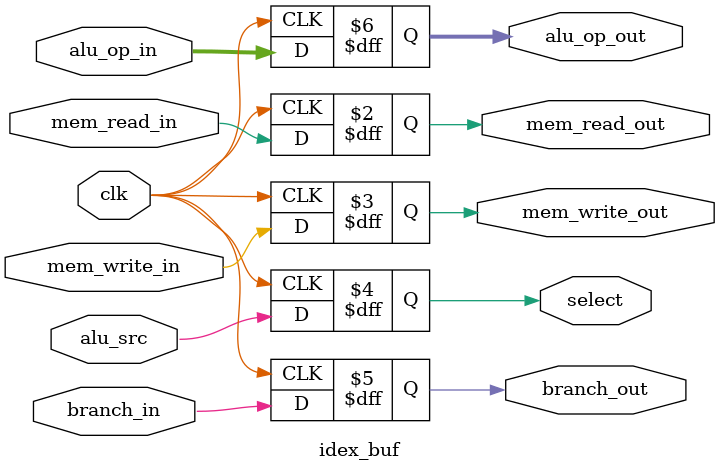
<source format=v>
`timescale 1ns / 1ps


module idex_buf(clk, branch_in, branch_out, mem_read_in, mem_read_out, mem_write_in, mem_write_out, alu_src, select, alu_op_in, alu_op_out);
// define the inputs and outputs
input clk, mem_read_in, mem_write_in, alu_src, branch_in;
output reg mem_read_out, mem_write_out, select, branch_out;
input [1:0] alu_op_in;
output reg [1:0] alu_op_out;

always@(posedge clk)
begin
    mem_read_out = mem_read_in;     // assign the in value to the out value
    mem_write_out = mem_write_in;   // same
    branch_out = branch_in;         // same
    select = alu_src;               // same
    alu_op_out = alu_op_in;         // same
end
endmodule

</source>
